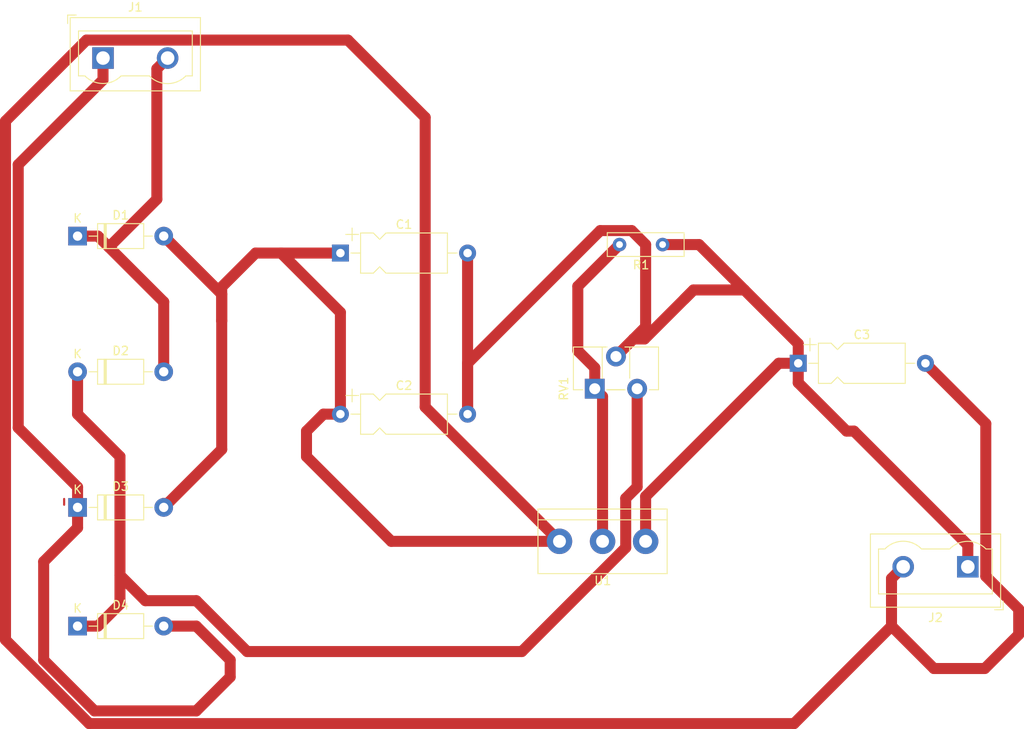
<source format=kicad_pcb>
(kicad_pcb (version 20171130) (host pcbnew "(5.1.4)-1")

  (general
    (thickness 1.6)
    (drawings 0)
    (tracks 101)
    (zones 0)
    (modules 12)
    (nets 6)
  )

  (page A4)
  (layers
    (0 F.Cu signal)
    (31 B.Cu signal)
    (32 B.Adhes user)
    (33 F.Adhes user)
    (34 B.Paste user)
    (35 F.Paste user)
    (36 B.SilkS user)
    (37 F.SilkS user)
    (38 B.Mask user)
    (39 F.Mask user)
    (40 Dwgs.User user)
    (41 Cmts.User user)
    (42 Eco1.User user)
    (43 Eco2.User user)
    (44 Edge.Cuts user)
    (45 Margin user)
    (46 B.CrtYd user)
    (47 F.CrtYd user)
    (48 B.Fab user)
    (49 F.Fab user)
  )

  (setup
    (last_trace_width 0.25)
    (trace_clearance 0.2)
    (zone_clearance 0.508)
    (zone_45_only no)
    (trace_min 0.2)
    (via_size 0.8)
    (via_drill 0.4)
    (via_min_size 0.4)
    (via_min_drill 0.3)
    (uvia_size 0.3)
    (uvia_drill 0.1)
    (uvias_allowed no)
    (uvia_min_size 0.2)
    (uvia_min_drill 0.1)
    (edge_width 0.05)
    (segment_width 0.2)
    (pcb_text_width 0.3)
    (pcb_text_size 1.5 1.5)
    (mod_edge_width 0.12)
    (mod_text_size 1 1)
    (mod_text_width 0.15)
    (pad_size 2.54 2.54)
    (pad_drill 1.6)
    (pad_to_mask_clearance 0.051)
    (solder_mask_min_width 0.25)
    (aux_axis_origin 0 0)
    (visible_elements 7FFFFFFF)
    (pcbplotparams
      (layerselection 0x010fc_ffffffff)
      (usegerberextensions false)
      (usegerberattributes false)
      (usegerberadvancedattributes false)
      (creategerberjobfile false)
      (excludeedgelayer true)
      (linewidth 0.100000)
      (plotframeref false)
      (viasonmask false)
      (mode 1)
      (useauxorigin false)
      (hpglpennumber 1)
      (hpglpenspeed 20)
      (hpglpendiameter 15.000000)
      (psnegative false)
      (psa4output false)
      (plotreference true)
      (plotvalue true)
      (plotinvisibletext false)
      (padsonsilk false)
      (subtractmaskfromsilk false)
      (outputformat 1)
      (mirror false)
      (drillshape 1)
      (scaleselection 1)
      (outputdirectory ""))
  )

  (net 0 "")
  (net 1 "Net-(C1-Pad1)")
  (net 2 "Net-(C3-Pad1)")
  (net 3 "Net-(D1-Pad1)")
  (net 4 "Net-(D2-Pad1)")
  (net 5 "Net-(RV1-Pad3)")

  (net_class Default "Esta es la clase de red por defecto."
    (clearance 0.2)
    (trace_width 0.25)
    (via_dia 0.8)
    (via_drill 0.4)
    (uvia_dia 0.3)
    (uvia_drill 0.1)
    (add_net "Net-(C1-Pad1)")
    (add_net "Net-(C3-Pad1)")
    (add_net "Net-(D1-Pad1)")
    (add_net "Net-(D2-Pad1)")
    (add_net "Net-(RV1-Pad3)")
  )

  (module Diode_THT:D_DO-41_SOD81_P10.16mm_Horizontal (layer F.Cu) (tedit 5DC20B5E) (tstamp 5DC1F27D)
    (at 73 105)
    (descr "Diode, DO-41_SOD81 series, Axial, Horizontal, pin pitch=10.16mm, , length*diameter=5.2*2.7mm^2, , http://www.diodes.com/_files/packages/DO-41%20(Plastic).pdf")
    (tags "Diode DO-41_SOD81 series Axial Horizontal pin pitch 10.16mm  length 5.2mm diameter 2.7mm")
    (path /5DC19DFE)
    (fp_text reference D1 (at 5.08 -2.47) (layer F.SilkS)
      (effects (font (size 1 1) (thickness 0.15)))
    )
    (fp_text value 1N4007 (at 5.08 2.47) (layer F.Fab)
      (effects (font (size 1 1) (thickness 0.15)))
    )
    (fp_text user K (at 0 -2.1) (layer F.SilkS)
      (effects (font (size 1 1) (thickness 0.15)))
    )
    (fp_text user K (at 0 -2.1) (layer F.Fab)
      (effects (font (size 1 1) (thickness 0.15)))
    )
    (fp_text user %R (at 5.47 0) (layer F.Fab)
      (effects (font (size 1 1) (thickness 0.15)))
    )
    (fp_line (start 11.51 -1.6) (end -1.35 -1.6) (layer F.CrtYd) (width 0.05))
    (fp_line (start 11.51 1.6) (end 11.51 -1.6) (layer F.CrtYd) (width 0.05))
    (fp_line (start -1.35 1.6) (end 11.51 1.6) (layer F.CrtYd) (width 0.05))
    (fp_line (start -1.35 -1.6) (end -1.35 1.6) (layer F.CrtYd) (width 0.05))
    (fp_line (start 3.14 -1.47) (end 3.14 1.47) (layer F.SilkS) (width 0.12))
    (fp_line (start 3.38 -1.47) (end 3.38 1.47) (layer F.SilkS) (width 0.12))
    (fp_line (start 3.26 -1.47) (end 3.26 1.47) (layer F.SilkS) (width 0.12))
    (fp_line (start 8.82 0) (end 7.8 0) (layer F.SilkS) (width 0.12))
    (fp_line (start 1.34 0) (end 2.36 0) (layer F.SilkS) (width 0.12))
    (fp_line (start 7.8 -1.47) (end 2.36 -1.47) (layer F.SilkS) (width 0.12))
    (fp_line (start 7.8 1.47) (end 7.8 -1.47) (layer F.SilkS) (width 0.12))
    (fp_line (start 2.36 1.47) (end 7.8 1.47) (layer F.SilkS) (width 0.12))
    (fp_line (start 2.36 -1.47) (end 2.36 1.47) (layer F.SilkS) (width 0.12))
    (fp_line (start 3.16 -1.35) (end 3.16 1.35) (layer F.Fab) (width 0.1))
    (fp_line (start 3.36 -1.35) (end 3.36 1.35) (layer F.Fab) (width 0.1))
    (fp_line (start 3.26 -1.35) (end 3.26 1.35) (layer F.Fab) (width 0.1))
    (fp_line (start 10.16 0) (end 7.68 0) (layer F.Fab) (width 0.1))
    (fp_line (start 0 0) (end 2.48 0) (layer F.Fab) (width 0.1))
    (fp_line (start 7.68 -1.35) (end 2.48 -1.35) (layer F.Fab) (width 0.1))
    (fp_line (start 7.68 1.35) (end 7.68 -1.35) (layer F.Fab) (width 0.1))
    (fp_line (start 2.48 1.35) (end 7.68 1.35) (layer F.Fab) (width 0.1))
    (fp_line (start 2.48 -1.35) (end 2.48 1.35) (layer F.Fab) (width 0.1))
    (pad 2 thru_hole oval (at 10.16 0) (size 2.2 2.2) (drill 1.1) (layers *.Cu *.Mask)
      (net 4 "Net-(D2-Pad1)"))
    (pad 1 thru_hole rect (at 0 0) (size 2.2 2.2) (drill 1.1) (layers *.Cu *.Mask)
      (net 3 "Net-(D1-Pad1)"))
    (model ${KISYS3DMOD}/Diode_THT.3dshapes/D_DO-41_SOD81_P10.16mm_Horizontal.wrl
      (at (xyz 0 0 0))
      (scale (xyz 1 1 1))
      (rotate (xyz 0 0 0))
    )
  )

  (module Diode_THT:D_DO-41_SOD81_P10.16mm_Horizontal (layer F.Cu) (tedit 5DC2154F) (tstamp 5DC1F29C)
    (at 73 121)
    (descr "Diode, DO-41_SOD81 series, Axial, Horizontal, pin pitch=10.16mm, , length*diameter=5.2*2.7mm^2, , http://www.diodes.com/_files/packages/DO-41%20(Plastic).pdf")
    (tags "Diode DO-41_SOD81 series Axial Horizontal pin pitch 10.16mm  length 5.2mm diameter 2.7mm")
    (path /5DC1BB5C)
    (fp_text reference D2 (at 5.08 -2.47) (layer F.SilkS)
      (effects (font (size 1 1) (thickness 0.15)))
    )
    (fp_text value 1N4007 (at 5.08 2.47) (layer F.Fab)
      (effects (font (size 1 1) (thickness 0.15)))
    )
    (fp_text user K (at 0 -2.1) (layer F.SilkS)
      (effects (font (size 1 1) (thickness 0.15)))
    )
    (fp_text user K (at 0 -2.1) (layer F.Fab)
      (effects (font (size 1 1) (thickness 0.15)))
    )
    (fp_text user %R (at 5.47 0) (layer F.Fab)
      (effects (font (size 1 1) (thickness 0.15)))
    )
    (fp_line (start 11.51 -1.6) (end -1.35 -1.6) (layer F.CrtYd) (width 0.05))
    (fp_line (start 11.51 1.6) (end 11.51 -1.6) (layer F.CrtYd) (width 0.05))
    (fp_line (start -1.35 1.6) (end 11.51 1.6) (layer F.CrtYd) (width 0.05))
    (fp_line (start -1.35 -1.6) (end -1.35 1.6) (layer F.CrtYd) (width 0.05))
    (fp_line (start 3.14 -1.47) (end 3.14 1.47) (layer F.SilkS) (width 0.12))
    (fp_line (start 3.38 -1.47) (end 3.38 1.47) (layer F.SilkS) (width 0.12))
    (fp_line (start 3.26 -1.47) (end 3.26 1.47) (layer F.SilkS) (width 0.12))
    (fp_line (start 8.82 0) (end 7.8 0) (layer F.SilkS) (width 0.12))
    (fp_line (start 1.34 0) (end 2.36 0) (layer F.SilkS) (width 0.12))
    (fp_line (start 7.8 -1.47) (end 2.36 -1.47) (layer F.SilkS) (width 0.12))
    (fp_line (start 7.8 1.47) (end 7.8 -1.47) (layer F.SilkS) (width 0.12))
    (fp_line (start 2.36 1.47) (end 7.8 1.47) (layer F.SilkS) (width 0.12))
    (fp_line (start 2.36 -1.47) (end 2.36 1.47) (layer F.SilkS) (width 0.12))
    (fp_line (start 3.16 -1.35) (end 3.16 1.35) (layer F.Fab) (width 0.1))
    (fp_line (start 3.36 -1.35) (end 3.36 1.35) (layer F.Fab) (width 0.1))
    (fp_line (start 3.26 -1.35) (end 3.26 1.35) (layer F.Fab) (width 0.1))
    (fp_line (start 10.16 0) (end 7.68 0) (layer F.Fab) (width 0.1))
    (fp_line (start 0 0) (end 2.48 0) (layer F.Fab) (width 0.1))
    (fp_line (start 7.68 -1.35) (end 2.48 -1.35) (layer F.Fab) (width 0.1))
    (fp_line (start 7.68 1.35) (end 7.68 -1.35) (layer F.Fab) (width 0.1))
    (fp_line (start 2.48 1.35) (end 7.68 1.35) (layer F.Fab) (width 0.1))
    (fp_line (start 2.48 -1.35) (end 2.48 1.35) (layer F.Fab) (width 0.1))
    (pad 2 thru_hole oval (at 10.16 0) (size 2.2 2.2) (drill 1.1) (layers *.Cu *.Mask)
      (net 3 "Net-(D1-Pad1)"))
    (pad 1 thru_hole circle (at 0 0) (size 2.2 2.2) (drill 1.1) (layers *.Cu *.Mask)
      (net 5 "Net-(RV1-Pad3)"))
    (model ${KISYS3DMOD}/Diode_THT.3dshapes/D_DO-41_SOD81_P10.16mm_Horizontal.wrl
      (at (xyz 0 0 0))
      (scale (xyz 1 1 1))
      (rotate (xyz 0 0 0))
    )
  )

  (module Resistor_THT:R_Array_SIP4 (layer F.Cu) (tedit 5DC202AF) (tstamp 5DC1F32D)
    (at 144.54 106 180)
    (descr "4-pin Resistor SIP pack")
    (tags R)
    (path /5DC1F13D)
    (fp_text reference R1 (at 5.08 -2.4) (layer F.SilkS)
      (effects (font (size 1 1) (thickness 0.15)))
    )
    (fp_text value 10K (at 5.08 2.4) (layer F.Fab)
      (effects (font (size 1 1) (thickness 0.15)))
    )
    (fp_line (start 9.35 -1.65) (end -1.7 -1.65) (layer F.CrtYd) (width 0.05))
    (fp_line (start 9.35 1.65) (end 9.35 -1.65) (layer F.CrtYd) (width 0.05))
    (fp_line (start -1.7 1.65) (end 9.35 1.65) (layer F.CrtYd) (width 0.05))
    (fp_line (start -1.7 -1.65) (end -1.7 1.65) (layer F.CrtYd) (width 0.05))
    (fp_line (start 9.06 -1.4) (end 0 -1.4) (layer F.SilkS) (width 0.12))
    (fp_line (start 9.06 1.4) (end 9.06 -1.4) (layer F.SilkS) (width 0.12))
    (fp_line (start 0 1.4) (end 9.06 1.4) (layer F.SilkS) (width 0.12))
    (fp_line (start 0 -1.4) (end 0 1.27) (layer F.SilkS) (width 0.12))
    (fp_line (start 1.27 -1.25) (end 1.27 1.25) (layer F.Fab) (width 0.1))
    (fp_line (start 8.91 -1.25) (end 1.27 -1.25) (layer F.Fab) (width 0.1))
    (fp_line (start 8.91 1.25) (end 8.91 -1.25) (layer F.Fab) (width 0.1))
    (fp_line (start 1.27 1.25) (end 8.91 1.25) (layer F.Fab) (width 0.1))
    (fp_text user %R (at 5 0) (layer F.Fab)
      (effects (font (size 1 1) (thickness 0.15)))
    )
    (pad 4 thru_hole oval (at 7.62 0 180) (size 1.6 1.6) (drill 0.8) (layers *.Cu *.Mask)
      (net 1 "Net-(C1-Pad1)"))
    (pad 2 thru_hole oval (at 2.54 0 180) (size 1.6 1.6) (drill 0.8) (layers *.Cu *.Mask)
      (net 2 "Net-(C3-Pad1)"))
    (model ${KISYS3DMOD}/Resistor_THT.3dshapes/R_Array_SIP4.wrl
      (at (xyz 0 0 0))
      (scale (xyz 1 1 1))
      (rotate (xyz 0 0 0))
    )
  )

  (module Potentiometer_THT:Potentiometer_ACP_CA9-H3,8_Horizontal (layer F.Cu) (tedit 5DC2192B) (tstamp 5DC1F34D)
    (at 134 123 90)
    (descr "Potentiometer, horizontal, ACP CA9-H3,8, http://www.acptechnologies.com/wp-content/uploads/2017/05/02-ACP-CA9-CE9.pdf")
    (tags "Potentiometer horizontal ACP CA9-H3,8")
    (path /5DC1EB6E)
    (fp_text reference RV1 (at 0 -3.65 90) (layer F.SilkS)
      (effects (font (size 1 1) (thickness 0.15)))
    )
    (fp_text value 5K (at 0 8.65 90) (layer F.Fab)
      (effects (font (size 1 1) (thickness 0.15)))
    )
    (fp_text user %R (at 2.4 2.5 90) (layer F.Fab)
      (effects (font (size 1 1) (thickness 0.15)))
    )
    (fp_line (start 5.25 -2.7) (end -1.45 -2.7) (layer F.CrtYd) (width 0.05))
    (fp_line (start 5.25 7.65) (end 5.25 -2.7) (layer F.CrtYd) (width 0.05))
    (fp_line (start -1.45 7.65) (end 5.25 7.65) (layer F.CrtYd) (width 0.05))
    (fp_line (start -1.45 -2.7) (end -1.45 7.65) (layer F.CrtYd) (width 0.05))
    (fp_line (start 4.92 3.573) (end 4.92 4.12) (layer F.SilkS) (width 0.12))
    (fp_line (start 4.92 0.88) (end 4.92 1.428) (layer F.SilkS) (width 0.12))
    (fp_line (start -0.121 1.426) (end -0.121 3.575) (layer F.SilkS) (width 0.12))
    (fp_line (start 1.237 4.12) (end 4.92 4.12) (layer F.SilkS) (width 0.12))
    (fp_line (start 1.237 0.88) (end 4.92 0.88) (layer F.SilkS) (width 0.12))
    (fp_line (start -0.121 1.426) (end -0.121 3.575) (layer F.SilkS) (width 0.12))
    (fp_line (start -0.121 -2.521) (end -0.121 -1.426) (layer F.SilkS) (width 0.12))
    (fp_line (start -0.121 6.425) (end -0.121 7.52) (layer F.SilkS) (width 0.12))
    (fp_line (start 4.92 3.573) (end 4.92 7.52) (layer F.SilkS) (width 0.12))
    (fp_line (start 4.92 -2.521) (end 4.92 1.428) (layer F.SilkS) (width 0.12))
    (fp_line (start -0.121 7.52) (end 4.92 7.52) (layer F.SilkS) (width 0.12))
    (fp_line (start -0.121 -2.521) (end 4.92 -2.521) (layer F.SilkS) (width 0.12))
    (fp_line (start 4.8 1) (end 0 1) (layer F.Fab) (width 0.1))
    (fp_line (start 4.8 4) (end 4.8 1) (layer F.Fab) (width 0.1))
    (fp_line (start 0 4) (end 4.8 4) (layer F.Fab) (width 0.1))
    (fp_line (start 0 1) (end 0 4) (layer F.Fab) (width 0.1))
    (fp_line (start 0 -2.4) (end 4.8 -2.4) (layer F.Fab) (width 0.1))
    (fp_line (start 0 7.4) (end 0 -2.4) (layer F.Fab) (width 0.1))
    (fp_line (start 4.8 7.4) (end 0 7.4) (layer F.Fab) (width 0.1))
    (fp_line (start 4.8 -2.4) (end 4.8 7.4) (layer F.Fab) (width 0.1))
    (pad 1 thru_hole rect (at 0 0 90) (size 2.34 2.34) (drill 1.3) (layers *.Cu *.Mask)
      (net 1 "Net-(C1-Pad1)"))
    (pad 2 thru_hole circle (at 3.8 2.5 90) (size 2.34 2.34) (drill 1.3) (layers *.Cu *.Mask)
      (net 2 "Net-(C3-Pad1)"))
    (pad 3 thru_hole circle (at 0 5 90) (size 2.34 2.34) (drill 1.3) (layers *.Cu *.Mask)
      (net 5 "Net-(RV1-Pad3)"))
    (model ${KISYS3DMOD}/Potentiometer_THT.3dshapes/Potentiometer_ACP_CA9-H3,8_Horizontal.wrl
      (at (xyz 0 0 0))
      (scale (xyz 1 1 1))
      (rotate (xyz 0 0 0))
    )
  )

  (module TerminalBlock:TerminalBlock_Wuerth_691311400102_P7.62mm (layer F.Cu) (tedit 5DC21AF5) (tstamp 5DC1F316)
    (at 178 144 180)
    (descr https://katalog.we-online.de/em/datasheet/6913114001xx.pdf)
    (tags "Wuerth WR-TBL Series 3114 terminal block pitch 7.62mm")
    (path /5DC1FE33)
    (fp_text reference J2 (at 3.81 -6) (layer F.SilkS)
      (effects (font (size 1 1) (thickness 0.15)))
    )
    (fp_text value Screw_Terminal_01x02 (at 3.81 5) (layer F.Fab)
      (effects (font (size 1 1) (thickness 0.15)))
    )
    (fp_line (start -3.8 -3.7) (end -2.8 -4.7) (layer F.Fab) (width 0.1))
    (fp_line (start 10.53 2.1) (end 10.53 -3.2) (layer F.SilkS) (width 0.12))
    (fp_line (start 9.78 2.1) (end 10.53 2.1) (layer F.SilkS) (width 0.12))
    (fp_arc (start 7.62 0) (end 5.46 2.1) (angle -91.6) (layer F.SilkS) (width 0.12))
    (fp_line (start 2.14 2.1) (end 5.46 2.1) (layer F.SilkS) (width 0.12))
    (fp_arc (start 0 0) (end -2.14 2.1) (angle -91.1) (layer F.SilkS) (width 0.12))
    (fp_line (start -2.89 2.1) (end -2.14 2.1) (layer F.SilkS) (width 0.12))
    (fp_line (start -2.89 -3.2) (end -2.89 2.1) (layer F.SilkS) (width 0.12))
    (fp_line (start 10.53 -3.2) (end -2.89 -3.2) (layer F.SilkS) (width 0.12))
    (fp_line (start -4.3 4.3) (end -4.3 -5.2) (layer F.CrtYd) (width 0.05))
    (fp_line (start 11.92 4.3) (end -4.3 4.3) (layer F.CrtYd) (width 0.05))
    (fp_line (start 11.92 -5.2) (end 11.92 4.3) (layer F.CrtYd) (width 0.05))
    (fp_line (start -4.3 -5.2) (end 11.92 -5.2) (layer F.CrtYd) (width 0.05))
    (fp_text user %R (at 3.81 0) (layer F.Fab)
      (effects (font (size 1 1) (thickness 0.15)))
    )
    (fp_line (start -4.17 -5.07) (end -3.17 -5.07) (layer F.SilkS) (width 0.12))
    (fp_line (start -4.17 -5.07) (end -4.17 -4.07) (layer F.SilkS) (width 0.12))
    (fp_line (start -3.87 3.87) (end -3.87 -4.77) (layer F.SilkS) (width 0.12))
    (fp_line (start 11.49 3.87) (end -3.87 3.87) (layer F.SilkS) (width 0.12))
    (fp_line (start 11.49 -4.77) (end 11.49 3.87) (layer F.SilkS) (width 0.12))
    (fp_line (start -3.86 -4.77) (end 11.49 -4.77) (layer F.SilkS) (width 0.12))
    (fp_line (start -3.8 3.8) (end -3.8 -3.7) (layer F.Fab) (width 0.1))
    (fp_line (start 11.42 3.8) (end -3.8 3.8) (layer F.Fab) (width 0.1))
    (fp_line (start 11.42 -4.7) (end 11.42 3.8) (layer F.Fab) (width 0.1))
    (fp_line (start -2.8 -4.7) (end 11.42 -4.7) (layer F.Fab) (width 0.1))
    (pad 2 thru_hole circle (at 7.62 0 180) (size 2.54 2.54) (drill 1.6) (layers *.Cu *.Mask)
      (net 4 "Net-(D2-Pad1)"))
    (pad 1 thru_hole rect (at 0 0 180) (size 2.54 2.54) (drill 1.6) (layers *.Cu *.Mask)
      (net 2 "Net-(C3-Pad1)"))
    (model ${KISYS3DMOD}/TerminalBlock.3dshapes/TerminalBlock_Wuerth_691311400102_P7.62mm.wrl
      (at (xyz 0 0 0))
      (scale (xyz 1 1 1))
      (rotate (xyz 0 0 0))
    )
  )

  (module TerminalBlock:TerminalBlock_Wuerth_691311400102_P7.62mm (layer F.Cu) (tedit 5DC20BBE) (tstamp 5DC1F2F8)
    (at 76 84)
    (descr https://katalog.we-online.de/em/datasheet/6913114001xx.pdf)
    (tags "Wuerth WR-TBL Series 3114 terminal block pitch 7.62mm")
    (path /5DC1987E)
    (fp_text reference J1 (at 3.81 -6) (layer F.SilkS)
      (effects (font (size 1 1) (thickness 0.15)))
    )
    (fp_text value Screw_Terminal_01x02 (at 3.81 5) (layer F.Fab)
      (effects (font (size 1 1) (thickness 0.15)))
    )
    (fp_line (start -3.8 -3.7) (end -2.8 -4.7) (layer F.Fab) (width 0.1))
    (fp_line (start 10.53 2.1) (end 10.53 -3.2) (layer F.SilkS) (width 0.12))
    (fp_line (start 9.78 2.1) (end 10.53 2.1) (layer F.SilkS) (width 0.12))
    (fp_arc (start 7.62 0) (end 5.46 2.1) (angle -91.6) (layer F.SilkS) (width 0.12))
    (fp_line (start 2.14 2.1) (end 5.46 2.1) (layer F.SilkS) (width 0.12))
    (fp_arc (start 0 0) (end -2.14 2.1) (angle -91.1) (layer F.SilkS) (width 0.12))
    (fp_line (start -2.89 2.1) (end -2.14 2.1) (layer F.SilkS) (width 0.12))
    (fp_line (start -2.89 -3.2) (end -2.89 2.1) (layer F.SilkS) (width 0.12))
    (fp_line (start 10.53 -3.2) (end -2.89 -3.2) (layer F.SilkS) (width 0.12))
    (fp_line (start -4.3 4.3) (end -4.3 -5.2) (layer F.CrtYd) (width 0.05))
    (fp_line (start 11.92 4.3) (end -4.3 4.3) (layer F.CrtYd) (width 0.05))
    (fp_line (start 11.92 -5.2) (end 11.92 4.3) (layer F.CrtYd) (width 0.05))
    (fp_line (start -4.3 -5.2) (end 11.92 -5.2) (layer F.CrtYd) (width 0.05))
    (fp_text user %R (at 3.81 0) (layer F.Fab)
      (effects (font (size 1 1) (thickness 0.15)))
    )
    (fp_line (start -4.17 -5.07) (end -3.17 -5.07) (layer F.SilkS) (width 0.12))
    (fp_line (start -4.17 -5.07) (end -4.17 -4.07) (layer F.SilkS) (width 0.12))
    (fp_line (start -3.87 3.87) (end -3.87 -4.77) (layer F.SilkS) (width 0.12))
    (fp_line (start 11.49 3.87) (end -3.87 3.87) (layer F.SilkS) (width 0.12))
    (fp_line (start 11.49 -4.77) (end 11.49 3.87) (layer F.SilkS) (width 0.12))
    (fp_line (start -3.86 -4.77) (end 11.49 -4.77) (layer F.SilkS) (width 0.12))
    (fp_line (start -3.8 3.8) (end -3.8 -3.7) (layer F.Fab) (width 0.1))
    (fp_line (start 11.42 3.8) (end -3.8 3.8) (layer F.Fab) (width 0.1))
    (fp_line (start 11.42 -4.7) (end 11.42 3.8) (layer F.Fab) (width 0.1))
    (fp_line (start -2.8 -4.7) (end 11.42 -4.7) (layer F.Fab) (width 0.1))
    (pad 2 thru_hole circle (at 7.62 0) (size 2.54 2.54) (drill 1.6) (layers *.Cu *.Mask)
      (net 3 "Net-(D1-Pad1)"))
    (pad 1 thru_hole rect (at 0 0) (size 2.54 2.54) (drill 1.6) (layers *.Cu *.Mask)
      (net 3 "Net-(D1-Pad1)"))
    (model ${KISYS3DMOD}/TerminalBlock.3dshapes/TerminalBlock_Wuerth_691311400102_P7.62mm.wrl
      (at (xyz 0 0 0))
      (scale (xyz 1 1 1))
      (rotate (xyz 0 0 0))
    )
  )

  (module Diode_THT:D_DO-41_SOD81_P10.16mm_Horizontal (layer F.Cu) (tedit 5DC215E2) (tstamp 5DC1F2DA)
    (at 73 151)
    (descr "Diode, DO-41_SOD81 series, Axial, Horizontal, pin pitch=10.16mm, , length*diameter=5.2*2.7mm^2, , http://www.diodes.com/_files/packages/DO-41%20(Plastic).pdf")
    (tags "Diode DO-41_SOD81 series Axial Horizontal pin pitch 10.16mm  length 5.2mm diameter 2.7mm")
    (path /5DC1AF16)
    (fp_text reference D4 (at 5.08 -2.47) (layer F.SilkS)
      (effects (font (size 1 1) (thickness 0.15)))
    )
    (fp_text value 1N4007 (at 5.08 2.47) (layer F.Fab)
      (effects (font (size 1 1) (thickness 0.15)))
    )
    (fp_text user K (at 0 -2.1) (layer F.SilkS)
      (effects (font (size 1 1) (thickness 0.15)))
    )
    (fp_text user K (at 0 -2.1) (layer F.Fab)
      (effects (font (size 1 1) (thickness 0.15)))
    )
    (fp_text user %R (at 5.47 0) (layer F.Fab)
      (effects (font (size 1 1) (thickness 0.15)))
    )
    (fp_line (start 11.51 -1.6) (end -1.35 -1.6) (layer F.CrtYd) (width 0.05))
    (fp_line (start 11.51 1.6) (end 11.51 -1.6) (layer F.CrtYd) (width 0.05))
    (fp_line (start -1.35 1.6) (end 11.51 1.6) (layer F.CrtYd) (width 0.05))
    (fp_line (start -1.35 -1.6) (end -1.35 1.6) (layer F.CrtYd) (width 0.05))
    (fp_line (start 3.14 -1.47) (end 3.14 1.47) (layer F.SilkS) (width 0.12))
    (fp_line (start 3.38 -1.47) (end 3.38 1.47) (layer F.SilkS) (width 0.12))
    (fp_line (start 3.26 -1.47) (end 3.26 1.47) (layer F.SilkS) (width 0.12))
    (fp_line (start 8.82 0) (end 7.8 0) (layer F.SilkS) (width 0.12))
    (fp_line (start 1.34 0) (end 2.36 0) (layer F.SilkS) (width 0.12))
    (fp_line (start 7.8 -1.47) (end 2.36 -1.47) (layer F.SilkS) (width 0.12))
    (fp_line (start 7.8 1.47) (end 7.8 -1.47) (layer F.SilkS) (width 0.12))
    (fp_line (start 2.36 1.47) (end 7.8 1.47) (layer F.SilkS) (width 0.12))
    (fp_line (start 2.36 -1.47) (end 2.36 1.47) (layer F.SilkS) (width 0.12))
    (fp_line (start 3.16 -1.35) (end 3.16 1.35) (layer F.Fab) (width 0.1))
    (fp_line (start 3.36 -1.35) (end 3.36 1.35) (layer F.Fab) (width 0.1))
    (fp_line (start 3.26 -1.35) (end 3.26 1.35) (layer F.Fab) (width 0.1))
    (fp_line (start 10.16 0) (end 7.68 0) (layer F.Fab) (width 0.1))
    (fp_line (start 0 0) (end 2.48 0) (layer F.Fab) (width 0.1))
    (fp_line (start 7.68 -1.35) (end 2.48 -1.35) (layer F.Fab) (width 0.1))
    (fp_line (start 7.68 1.35) (end 7.68 -1.35) (layer F.Fab) (width 0.1))
    (fp_line (start 2.48 1.35) (end 7.68 1.35) (layer F.Fab) (width 0.1))
    (fp_line (start 2.48 -1.35) (end 2.48 1.35) (layer F.Fab) (width 0.1))
    (pad 2 thru_hole oval (at 10.16 0) (size 2.2 2.2) (drill 1.1) (layers *.Cu *.Mask)
      (net 3 "Net-(D1-Pad1)"))
    (pad 1 thru_hole rect (at 0 0) (size 2.2 2.2) (drill 1.1) (layers *.Cu *.Mask)
      (net 5 "Net-(RV1-Pad3)"))
    (model ${KISYS3DMOD}/Diode_THT.3dshapes/D_DO-41_SOD81_P10.16mm_Horizontal.wrl
      (at (xyz 0 0 0))
      (scale (xyz 1 1 1))
      (rotate (xyz 0 0 0))
    )
  )

  (module Diode_THT:D_DO-41_SOD81_P10.16mm_Horizontal (layer F.Cu) (tedit 5DC2093B) (tstamp 5DC1F2BB)
    (at 73 137)
    (descr "Diode, DO-41_SOD81 series, Axial, Horizontal, pin pitch=10.16mm, , length*diameter=5.2*2.7mm^2, , http://www.diodes.com/_files/packages/DO-41%20(Plastic).pdf")
    (tags "Diode DO-41_SOD81 series Axial Horizontal pin pitch 10.16mm  length 5.2mm diameter 2.7mm")
    (path /5DC1B526)
    (fp_text reference D3 (at 5.08 -2.47) (layer F.SilkS)
      (effects (font (size 1 1) (thickness 0.15)))
    )
    (fp_text value 1N4007 (at 5.08 2.47) (layer F.Fab)
      (effects (font (size 1 1) (thickness 0.15)))
    )
    (fp_text user K (at 0 -2.1) (layer F.SilkS)
      (effects (font (size 1 1) (thickness 0.15)))
    )
    (fp_text user K (at 0 -2.1) (layer F.Fab)
      (effects (font (size 1 1) (thickness 0.15)))
    )
    (fp_text user %R (at 5.47 0) (layer F.Fab)
      (effects (font (size 1 1) (thickness 0.15)))
    )
    (fp_line (start 11.51 -1.6) (end -1.35 -1.6) (layer F.CrtYd) (width 0.05))
    (fp_line (start 11.51 1.6) (end 11.51 -1.6) (layer F.CrtYd) (width 0.05))
    (fp_line (start -1.35 1.6) (end 11.51 1.6) (layer F.CrtYd) (width 0.05))
    (fp_line (start -1.35 -1.6) (end -1.35 1.6) (layer F.CrtYd) (width 0.05))
    (fp_line (start 3.14 -1.47) (end 3.14 1.47) (layer F.SilkS) (width 0.12))
    (fp_line (start 3.38 -1.47) (end 3.38 1.47) (layer F.SilkS) (width 0.12))
    (fp_line (start 3.26 -1.47) (end 3.26 1.47) (layer F.SilkS) (width 0.12))
    (fp_line (start 8.82 0) (end 7.8 0) (layer F.SilkS) (width 0.12))
    (fp_line (start 1.34 0) (end 2.36 0) (layer F.SilkS) (width 0.12))
    (fp_line (start 7.8 -1.47) (end 2.36 -1.47) (layer F.SilkS) (width 0.12))
    (fp_line (start 7.8 1.47) (end 7.8 -1.47) (layer F.SilkS) (width 0.12))
    (fp_line (start 2.36 1.47) (end 7.8 1.47) (layer F.SilkS) (width 0.12))
    (fp_line (start 2.36 -1.47) (end 2.36 1.47) (layer F.SilkS) (width 0.12))
    (fp_line (start 3.16 -1.35) (end 3.16 1.35) (layer F.Fab) (width 0.1))
    (fp_line (start 3.36 -1.35) (end 3.36 1.35) (layer F.Fab) (width 0.1))
    (fp_line (start 3.26 -1.35) (end 3.26 1.35) (layer F.Fab) (width 0.1))
    (fp_line (start 10.16 0) (end 7.68 0) (layer F.Fab) (width 0.1))
    (fp_line (start 0 0) (end 2.48 0) (layer F.Fab) (width 0.1))
    (fp_line (start 7.68 -1.35) (end 2.48 -1.35) (layer F.Fab) (width 0.1))
    (fp_line (start 7.68 1.35) (end 7.68 -1.35) (layer F.Fab) (width 0.1))
    (fp_line (start 2.48 1.35) (end 7.68 1.35) (layer F.Fab) (width 0.1))
    (fp_line (start 2.48 -1.35) (end 2.48 1.35) (layer F.Fab) (width 0.1))
    (pad 2 thru_hole oval (at 10.16 0) (size 2.2 2.2) (drill 1.1) (layers *.Cu *.Mask)
      (net 4 "Net-(D2-Pad1)"))
    (pad 1 thru_hole rect (at 0 0) (size 2.2 2.2) (drill 1.1) (layers *.Cu *.Mask)
      (net 3 "Net-(D1-Pad1)"))
    (model ${KISYS3DMOD}/Diode_THT.3dshapes/D_DO-41_SOD81_P10.16mm_Horizontal.wrl
      (at (xyz 0 0 0))
      (scale (xyz 1 1 1))
      (rotate (xyz 0 0 0))
    )
  )

  (module Capacitor_THT:CP_Axial_L10.0mm_D4.5mm_P15.00mm_Horizontal (layer F.Cu) (tedit 5AE50EF2) (tstamp 5DC1F25E)
    (at 158 120)
    (descr "CP, Axial series, Axial, Horizontal, pin pitch=15mm, , length*diameter=10*4.5mm^2, Electrolytic Capacitor, , http://www.vishay.com/docs/28325/021asm.pdf")
    (tags "CP Axial series Axial Horizontal pin pitch 15mm  length 10mm diameter 4.5mm Electrolytic Capacitor")
    (path /5DC1D269)
    (fp_text reference C3 (at 7.5 -3.37) (layer F.SilkS)
      (effects (font (size 1 1) (thickness 0.15)))
    )
    (fp_text value 270uF (at 7.5 3.37) (layer F.Fab)
      (effects (font (size 1 1) (thickness 0.15)))
    )
    (fp_text user %R (at 7.5 0) (layer F.Fab)
      (effects (font (size 1 1) (thickness 0.15)))
    )
    (fp_line (start 16.25 -2.5) (end -1.25 -2.5) (layer F.CrtYd) (width 0.05))
    (fp_line (start 16.25 2.5) (end 16.25 -2.5) (layer F.CrtYd) (width 0.05))
    (fp_line (start -1.25 2.5) (end 16.25 2.5) (layer F.CrtYd) (width 0.05))
    (fp_line (start -1.25 -2.5) (end -1.25 2.5) (layer F.CrtYd) (width 0.05))
    (fp_line (start 13.76 0) (end 12.62 0) (layer F.SilkS) (width 0.12))
    (fp_line (start 1.24 0) (end 2.38 0) (layer F.SilkS) (width 0.12))
    (fp_line (start 5.38 2.37) (end 12.62 2.37) (layer F.SilkS) (width 0.12))
    (fp_line (start 4.63 1.62) (end 5.38 2.37) (layer F.SilkS) (width 0.12))
    (fp_line (start 3.88 2.37) (end 4.63 1.62) (layer F.SilkS) (width 0.12))
    (fp_line (start 2.38 2.37) (end 3.88 2.37) (layer F.SilkS) (width 0.12))
    (fp_line (start 5.38 -2.37) (end 12.62 -2.37) (layer F.SilkS) (width 0.12))
    (fp_line (start 4.63 -1.62) (end 5.38 -2.37) (layer F.SilkS) (width 0.12))
    (fp_line (start 3.88 -2.37) (end 4.63 -1.62) (layer F.SilkS) (width 0.12))
    (fp_line (start 2.38 -2.37) (end 3.88 -2.37) (layer F.SilkS) (width 0.12))
    (fp_line (start 12.62 -2.37) (end 12.62 2.37) (layer F.SilkS) (width 0.12))
    (fp_line (start 2.38 -2.37) (end 2.38 2.37) (layer F.SilkS) (width 0.12))
    (fp_line (start 1.38 -2.95) (end 1.38 -1.45) (layer F.SilkS) (width 0.12))
    (fp_line (start 0.63 -2.2) (end 2.13 -2.2) (layer F.SilkS) (width 0.12))
    (fp_line (start 4.65 -0.75) (end 4.65 0.75) (layer F.Fab) (width 0.1))
    (fp_line (start 3.9 0) (end 5.4 0) (layer F.Fab) (width 0.1))
    (fp_line (start 15 0) (end 12.5 0) (layer F.Fab) (width 0.1))
    (fp_line (start 0 0) (end 2.5 0) (layer F.Fab) (width 0.1))
    (fp_line (start 5.38 2.25) (end 12.5 2.25) (layer F.Fab) (width 0.1))
    (fp_line (start 4.63 1.5) (end 5.38 2.25) (layer F.Fab) (width 0.1))
    (fp_line (start 3.88 2.25) (end 4.63 1.5) (layer F.Fab) (width 0.1))
    (fp_line (start 2.5 2.25) (end 3.88 2.25) (layer F.Fab) (width 0.1))
    (fp_line (start 5.38 -2.25) (end 12.5 -2.25) (layer F.Fab) (width 0.1))
    (fp_line (start 4.63 -1.5) (end 5.38 -2.25) (layer F.Fab) (width 0.1))
    (fp_line (start 3.88 -2.25) (end 4.63 -1.5) (layer F.Fab) (width 0.1))
    (fp_line (start 2.5 -2.25) (end 3.88 -2.25) (layer F.Fab) (width 0.1))
    (fp_line (start 12.5 -2.25) (end 12.5 2.25) (layer F.Fab) (width 0.1))
    (fp_line (start 2.5 -2.25) (end 2.5 2.25) (layer F.Fab) (width 0.1))
    (pad 2 thru_hole oval (at 15 0) (size 2 2) (drill 1) (layers *.Cu *.Mask)
      (net 4 "Net-(D2-Pad1)"))
    (pad 1 thru_hole rect (at 0 0) (size 2 2) (drill 1) (layers *.Cu *.Mask)
      (net 2 "Net-(C3-Pad1)"))
    (model ${KISYS3DMOD}/Capacitor_THT.3dshapes/CP_Axial_L10.0mm_D4.5mm_P15.00mm_Horizontal.wrl
      (at (xyz 0 0 0))
      (scale (xyz 1 1 1))
      (rotate (xyz 0 0 0))
    )
  )

  (module Capacitor_THT:CP_Axial_L10.0mm_D4.5mm_P15.00mm_Horizontal (layer F.Cu) (tedit 5DC2108D) (tstamp 5DC1F237)
    (at 104 126)
    (descr "CP, Axial series, Axial, Horizontal, pin pitch=15mm, , length*diameter=10*4.5mm^2, Electrolytic Capacitor, , http://www.vishay.com/docs/28325/021asm.pdf")
    (tags "CP Axial series Axial Horizontal pin pitch 15mm  length 10mm diameter 4.5mm Electrolytic Capacitor")
    (path /5DC1DCDF)
    (fp_text reference C2 (at 7.5 -3.37) (layer F.SilkS)
      (effects (font (size 1 1) (thickness 0.15)))
    )
    (fp_text value 0.1uF (at 7.5 3.37) (layer F.Fab)
      (effects (font (size 1 1) (thickness 0.15)))
    )
    (fp_text user %R (at 7.5 0) (layer F.Fab)
      (effects (font (size 1 1) (thickness 0.15)))
    )
    (fp_line (start 16.25 -2.5) (end -1.25 -2.5) (layer F.CrtYd) (width 0.05))
    (fp_line (start 16.25 2.5) (end 16.25 -2.5) (layer F.CrtYd) (width 0.05))
    (fp_line (start -1.25 2.5) (end 16.25 2.5) (layer F.CrtYd) (width 0.05))
    (fp_line (start -1.25 -2.5) (end -1.25 2.5) (layer F.CrtYd) (width 0.05))
    (fp_line (start 13.76 0) (end 12.62 0) (layer F.SilkS) (width 0.12))
    (fp_line (start 1.24 0) (end 2.38 0) (layer F.SilkS) (width 0.12))
    (fp_line (start 5.38 2.37) (end 12.62 2.37) (layer F.SilkS) (width 0.12))
    (fp_line (start 4.63 1.62) (end 5.38 2.37) (layer F.SilkS) (width 0.12))
    (fp_line (start 3.88 2.37) (end 4.63 1.62) (layer F.SilkS) (width 0.12))
    (fp_line (start 2.38 2.37) (end 3.88 2.37) (layer F.SilkS) (width 0.12))
    (fp_line (start 5.38 -2.37) (end 12.62 -2.37) (layer F.SilkS) (width 0.12))
    (fp_line (start 4.63 -1.62) (end 5.38 -2.37) (layer F.SilkS) (width 0.12))
    (fp_line (start 3.88 -2.37) (end 4.63 -1.62) (layer F.SilkS) (width 0.12))
    (fp_line (start 2.38 -2.37) (end 3.88 -2.37) (layer F.SilkS) (width 0.12))
    (fp_line (start 12.62 -2.37) (end 12.62 2.37) (layer F.SilkS) (width 0.12))
    (fp_line (start 2.38 -2.37) (end 2.38 2.37) (layer F.SilkS) (width 0.12))
    (fp_line (start 1.38 -2.95) (end 1.38 -1.45) (layer F.SilkS) (width 0.12))
    (fp_line (start 0.63 -2.2) (end 2.13 -2.2) (layer F.SilkS) (width 0.12))
    (fp_line (start 4.65 -0.75) (end 4.65 0.75) (layer F.Fab) (width 0.1))
    (fp_line (start 3.9 0) (end 5.4 0) (layer F.Fab) (width 0.1))
    (fp_line (start 15 0) (end 12.5 0) (layer F.Fab) (width 0.1))
    (fp_line (start 0 0) (end 2.5 0) (layer F.Fab) (width 0.1))
    (fp_line (start 5.38 2.25) (end 12.5 2.25) (layer F.Fab) (width 0.1))
    (fp_line (start 4.63 1.5) (end 5.38 2.25) (layer F.Fab) (width 0.1))
    (fp_line (start 3.88 2.25) (end 4.63 1.5) (layer F.Fab) (width 0.1))
    (fp_line (start 2.5 2.25) (end 3.88 2.25) (layer F.Fab) (width 0.1))
    (fp_line (start 5.38 -2.25) (end 12.5 -2.25) (layer F.Fab) (width 0.1))
    (fp_line (start 4.63 -1.5) (end 5.38 -2.25) (layer F.Fab) (width 0.1))
    (fp_line (start 3.88 -2.25) (end 4.63 -1.5) (layer F.Fab) (width 0.1))
    (fp_line (start 2.5 -2.25) (end 3.88 -2.25) (layer F.Fab) (width 0.1))
    (fp_line (start 12.5 -2.25) (end 12.5 2.25) (layer F.Fab) (width 0.1))
    (fp_line (start 2.5 -2.25) (end 2.5 2.25) (layer F.Fab) (width 0.1))
    (pad 2 thru_hole oval (at 15 0) (size 2 2) (drill 1) (layers *.Cu *.Mask)
      (net 2 "Net-(C3-Pad1)"))
    (pad 1 thru_hole circle (at 0 0) (size 2 2) (drill 1) (layers *.Cu *.Mask)
      (net 4 "Net-(D2-Pad1)"))
    (model ${KISYS3DMOD}/Capacitor_THT.3dshapes/CP_Axial_L10.0mm_D4.5mm_P15.00mm_Horizontal.wrl
      (at (xyz 0 0 0))
      (scale (xyz 1 1 1))
      (rotate (xyz 0 0 0))
    )
  )

  (module Capacitor_THT:CP_Axial_L10.0mm_D4.5mm_P15.00mm_Horizontal (layer F.Cu) (tedit 5DC21058) (tstamp 5DC1F210)
    (at 104 107)
    (descr "CP, Axial series, Axial, Horizontal, pin pitch=15mm, , length*diameter=10*4.5mm^2, Electrolytic Capacitor, , http://www.vishay.com/docs/28325/021asm.pdf")
    (tags "CP Axial series Axial Horizontal pin pitch 15mm  length 10mm diameter 4.5mm Electrolytic Capacitor")
    (path /5DC1CC41)
    (fp_text reference C1 (at 7.5 -3.37) (layer F.SilkS)
      (effects (font (size 1 1) (thickness 0.15)))
    )
    (fp_text value 2200uF (at 7.5 3.37) (layer F.Fab)
      (effects (font (size 1 1) (thickness 0.15)))
    )
    (fp_text user %R (at 7.5 0) (layer F.Fab)
      (effects (font (size 1 1) (thickness 0.15)))
    )
    (fp_line (start 16.25 -2.5) (end -1.25 -2.5) (layer F.CrtYd) (width 0.05))
    (fp_line (start 16.25 2.5) (end 16.25 -2.5) (layer F.CrtYd) (width 0.05))
    (fp_line (start -1.25 2.5) (end 16.25 2.5) (layer F.CrtYd) (width 0.05))
    (fp_line (start -1.25 -2.5) (end -1.25 2.5) (layer F.CrtYd) (width 0.05))
    (fp_line (start 13.76 0) (end 12.62 0) (layer F.SilkS) (width 0.12))
    (fp_line (start 1.24 0) (end 2.38 0) (layer F.SilkS) (width 0.12))
    (fp_line (start 5.38 2.37) (end 12.62 2.37) (layer F.SilkS) (width 0.12))
    (fp_line (start 4.63 1.62) (end 5.38 2.37) (layer F.SilkS) (width 0.12))
    (fp_line (start 3.88 2.37) (end 4.63 1.62) (layer F.SilkS) (width 0.12))
    (fp_line (start 2.38 2.37) (end 3.88 2.37) (layer F.SilkS) (width 0.12))
    (fp_line (start 5.38 -2.37) (end 12.62 -2.37) (layer F.SilkS) (width 0.12))
    (fp_line (start 4.63 -1.62) (end 5.38 -2.37) (layer F.SilkS) (width 0.12))
    (fp_line (start 3.88 -2.37) (end 4.63 -1.62) (layer F.SilkS) (width 0.12))
    (fp_line (start 2.38 -2.37) (end 3.88 -2.37) (layer F.SilkS) (width 0.12))
    (fp_line (start 12.62 -2.37) (end 12.62 2.37) (layer F.SilkS) (width 0.12))
    (fp_line (start 2.38 -2.37) (end 2.38 2.37) (layer F.SilkS) (width 0.12))
    (fp_line (start 1.38 -2.95) (end 1.38 -1.45) (layer F.SilkS) (width 0.12))
    (fp_line (start 0.63 -2.2) (end 2.13 -2.2) (layer F.SilkS) (width 0.12))
    (fp_line (start 4.65 -0.75) (end 4.65 0.75) (layer F.Fab) (width 0.1))
    (fp_line (start 3.9 0) (end 5.4 0) (layer F.Fab) (width 0.1))
    (fp_line (start 15 0) (end 12.5 0) (layer F.Fab) (width 0.1))
    (fp_line (start 0 0) (end 2.5 0) (layer F.Fab) (width 0.1))
    (fp_line (start 5.38 2.25) (end 12.5 2.25) (layer F.Fab) (width 0.1))
    (fp_line (start 4.63 1.5) (end 5.38 2.25) (layer F.Fab) (width 0.1))
    (fp_line (start 3.88 2.25) (end 4.63 1.5) (layer F.Fab) (width 0.1))
    (fp_line (start 2.5 2.25) (end 3.88 2.25) (layer F.Fab) (width 0.1))
    (fp_line (start 5.38 -2.25) (end 12.5 -2.25) (layer F.Fab) (width 0.1))
    (fp_line (start 4.63 -1.5) (end 5.38 -2.25) (layer F.Fab) (width 0.1))
    (fp_line (start 3.88 -2.25) (end 4.63 -1.5) (layer F.Fab) (width 0.1))
    (fp_line (start 2.5 -2.25) (end 3.88 -2.25) (layer F.Fab) (width 0.1))
    (fp_line (start 12.5 -2.25) (end 12.5 2.25) (layer F.Fab) (width 0.1))
    (fp_line (start 2.5 -2.25) (end 2.5 2.25) (layer F.Fab) (width 0.1))
    (pad 2 thru_hole oval (at 15 0) (size 2 2) (drill 1) (layers *.Cu *.Mask)
      (net 2 "Net-(C3-Pad1)"))
    (pad 1 thru_hole rect (at 0 0) (size 2 2) (drill 1) (layers *.Cu *.Mask)
      (net 4 "Net-(D2-Pad1)"))
    (model ${KISYS3DMOD}/Capacitor_THT.3dshapes/CP_Axial_L10.0mm_D4.5mm_P15.00mm_Horizontal.wrl
      (at (xyz 0 0 0))
      (scale (xyz 1 1 1))
      (rotate (xyz 0 0 0))
    )
  )

  (module TerminalBlock:TerminalBlock_bornier-3_P5.08mm (layer F.Cu) (tedit 5DC21264) (tstamp 5DC1F7B3)
    (at 140 141 180)
    (descr "simple 3-pin terminal block, pitch 5.08mm, revamped version of bornier3")
    (tags "terminal block bornier3")
    (path /5DC1F9B9)
    (fp_text reference U1 (at 5.05 -4.65) (layer F.SilkS)
      (effects (font (size 1 1) (thickness 0.15)))
    )
    (fp_text value LM317_TO3 (at 5.08 5.08) (layer F.Fab)
      (effects (font (size 1 1) (thickness 0.15)))
    )
    (fp_text user %R (at 5.08 0) (layer F.Fab)
      (effects (font (size 1 1) (thickness 0.15)))
    )
    (fp_line (start -2.47 2.55) (end 12.63 2.55) (layer F.Fab) (width 0.1))
    (fp_line (start -2.47 -3.75) (end 12.63 -3.75) (layer F.Fab) (width 0.1))
    (fp_line (start 12.63 -3.75) (end 12.63 3.75) (layer F.Fab) (width 0.1))
    (fp_line (start 12.63 3.75) (end -2.47 3.75) (layer F.Fab) (width 0.1))
    (fp_line (start -2.47 3.75) (end -2.47 -3.75) (layer F.Fab) (width 0.1))
    (fp_line (start -2.54 3.81) (end -2.54 -3.81) (layer F.SilkS) (width 0.12))
    (fp_line (start 12.7 3.81) (end 12.7 -3.81) (layer F.SilkS) (width 0.12))
    (fp_line (start -2.54 2.54) (end 12.7 2.54) (layer F.SilkS) (width 0.12))
    (fp_line (start -2.54 -3.81) (end 12.7 -3.81) (layer F.SilkS) (width 0.12))
    (fp_line (start -2.54 3.81) (end 12.7 3.81) (layer F.SilkS) (width 0.12))
    (fp_line (start -2.72 -4) (end 12.88 -4) (layer F.CrtYd) (width 0.05))
    (fp_line (start -2.72 -4) (end -2.72 4) (layer F.CrtYd) (width 0.05))
    (fp_line (start 12.88 4) (end 12.88 -4) (layer F.CrtYd) (width 0.05))
    (fp_line (start 12.88 4) (end -2.72 4) (layer F.CrtYd) (width 0.05))
    (pad 1 thru_hole circle (at 0 0 180) (size 3 3) (drill 1.52) (layers *.Cu *.Mask)
      (net 2 "Net-(C3-Pad1)"))
    (pad 2 thru_hole circle (at 5.08 0 180) (size 3 3) (drill 1.52) (layers *.Cu *.Mask)
      (net 1 "Net-(C1-Pad1)"))
    (pad 3 thru_hole circle (at 10.16 0 180) (size 3 3) (drill 1.52) (layers *.Cu *.Mask)
      (net 4 "Net-(D2-Pad1)"))
    (model ${KISYS3DMOD}/TerminalBlock.3dshapes/TerminalBlock_bornier-3_P5.08mm.wrl
      (offset (xyz 5.079999923706055 0 0))
      (scale (xyz 1 1 1))
      (rotate (xyz 0 0 0))
    )
  )

  (segment (start 119 107) (end 119 126) (width 1.3) (layer F.Cu) (net 2))
  (segment (start 136.5 119.2) (end 138.570001 117.129999) (width 1.3) (layer F.Cu) (net 2))
  (segment (start 169 151) (end 169 145.38) (width 1.3) (layer F.Cu) (net 4))
  (segment (start 174 156) (end 169 151) (width 1.3) (layer F.Cu) (net 4))
  (segment (start 173 120) (end 180.120001 127.120001) (width 1.3) (layer F.Cu) (net 4))
  (segment (start 180.120001 145.120001) (end 184 149) (width 1.3) (layer F.Cu) (net 4))
  (segment (start 169 145.38) (end 170.38 144) (width 1.3) (layer F.Cu) (net 4))
  (segment (start 184 149) (end 184 152) (width 1.3) (layer F.Cu) (net 4))
  (segment (start 180.120001 127.120001) (end 180.120001 145.120001) (width 1.3) (layer F.Cu) (net 4))
  (segment (start 184 152) (end 180 156) (width 1.3) (layer F.Cu) (net 4))
  (segment (start 180 156) (end 174 156) (width 1.3) (layer F.Cu) (net 4))
  (segment (start 134.92 123.92) (end 134 123) (width 1.3) (layer F.Cu) (net 1))
  (segment (start 134.92 141) (end 134.92 123.92) (width 1.3) (layer F.Cu) (net 1))
  (segment (start 134 120.53) (end 132 118.53) (width 1.3) (layer F.Cu) (net 1))
  (segment (start 134 123) (end 134 120.53) (width 1.3) (layer F.Cu) (net 1))
  (segment (start 132 110.92) (end 136.92 106) (width 1.3) (layer F.Cu) (net 1))
  (segment (start 132 118.53) (end 132 110.92) (width 1.3) (layer F.Cu) (net 1))
  (segment (start 83 136) (end 84.35 136) (width 0.25) (layer F.Cu) (net 4))
  (segment (start 155.7 120) (end 158 120) (width 1.3) (layer F.Cu) (net 2))
  (segment (start 140 135.7) (end 155.7 120) (width 1.3) (layer F.Cu) (net 2))
  (segment (start 140 141) (end 140 135.7) (width 1.3) (layer F.Cu) (net 2))
  (segment (start 158 117.7) (end 158 120) (width 1.3) (layer F.Cu) (net 2))
  (segment (start 142 106) (end 146.3 106) (width 1.3) (layer F.Cu) (net 2))
  (segment (start 178 141.43) (end 164.57 128) (width 1.3) (layer F.Cu) (net 2))
  (segment (start 178 144) (end 178 141.43) (width 1.3) (layer F.Cu) (net 2))
  (segment (start 158 122.3) (end 158 120) (width 1.3) (layer F.Cu) (net 2))
  (segment (start 163.7 128) (end 158 122.3) (width 1.3) (layer F.Cu) (net 2))
  (segment (start 164.57 128) (end 163.7 128) (width 1.3) (layer F.Cu) (net 2))
  (segment (start 145.65 111.35) (end 151.65 111.35) (width 1.3) (layer F.Cu) (net 2))
  (segment (start 144.570001 112.429999) (end 145.65 111.35) (width 1.3) (layer F.Cu) (net 2))
  (segment (start 146.3 106) (end 151.65 111.35) (width 1.3) (layer F.Cu) (net 2))
  (segment (start 151.65 111.35) (end 158 117.7) (width 1.3) (layer F.Cu) (net 2))
  (segment (start 139.870001 117.129999) (end 145.65 111.35) (width 1.3) (layer F.Cu) (net 2))
  (segment (start 138.570001 117.129999) (end 139.870001 117.129999) (width 1.3) (layer F.Cu) (net 2))
  (segment (start 140 115.7) (end 138.570001 117.129999) (width 1.3) (layer F.Cu) (net 2))
  (segment (start 140 106) (end 140 115.7) (width 1.3) (layer F.Cu) (net 2))
  (segment (start 138.349999 104.349999) (end 140 106) (width 1.3) (layer F.Cu) (net 2))
  (segment (start 134.650001 104.349999) (end 138.349999 104.349999) (width 1.3) (layer F.Cu) (net 2))
  (segment (start 119 126) (end 119 120) (width 1.3) (layer F.Cu) (net 2))
  (segment (start 119 120) (end 134.650001 104.349999) (width 1.3) (layer F.Cu) (net 2))
  (segment (start 71.414999 136) (end 71.414999 136.684001) (width 0.25) (layer F.Cu) (net 3))
  (segment (start 76 86.57) (end 66 96.57) (width 1.3) (layer F.Cu) (net 3))
  (segment (start 76 84) (end 76 86.57) (width 1.3) (layer F.Cu) (net 3))
  (segment (start 73 134.6) (end 73 137) (width 1.3) (layer F.Cu) (net 3))
  (segment (start 66 127.6) (end 73 134.6) (width 1.3) (layer F.Cu) (net 3))
  (segment (start 66 96.57) (end 66 127.6) (width 1.3) (layer F.Cu) (net 3))
  (segment (start 73 139.4) (end 69 143.4) (width 1.3) (layer F.Cu) (net 3))
  (segment (start 73 137) (end 73 139.4) (width 1.3) (layer F.Cu) (net 3))
  (segment (start 69 143.4) (end 69 155) (width 1.3) (layer F.Cu) (net 3))
  (segment (start 69 155) (end 75 161) (width 1.3) (layer F.Cu) (net 3))
  (segment (start 75 161) (end 87 161) (width 1.3) (layer F.Cu) (net 3))
  (segment (start 87 161) (end 91 157) (width 1.3) (layer F.Cu) (net 3))
  (segment (start 91 157) (end 91 155) (width 1.3) (layer F.Cu) (net 3))
  (segment (start 91 155) (end 87 151) (width 1.3) (layer F.Cu) (net 3))
  (segment (start 87 151) (end 83.16 151) (width 1.3) (layer F.Cu) (net 3))
  (segment (start 75.4 151) (end 78 148.4) (width 1.3) (layer F.Cu) (net 5))
  (segment (start 73 151) (end 75.4 151) (width 1.3) (layer F.Cu) (net 5))
  (segment (start 73 126) (end 73 121) (width 1.3) (layer F.Cu) (net 5))
  (segment (start 78 131) (end 73 126) (width 1.3) (layer F.Cu) (net 5))
  (segment (start 83.16 137) (end 90 130.16) (width 1.3) (layer F.Cu) (net 4))
  (segment (start 90 111.84) (end 83.16 105) (width 1.3) (layer F.Cu) (net 4))
  (segment (start 73 105) (end 74.35 105) (width 0.25) (layer F.Cu) (net 3))
  (segment (start 75.4 105) (end 73 105) (width 1.3) (layer F.Cu) (net 3))
  (segment (start 83.16 121) (end 83.16 112.76) (width 1.3) (layer F.Cu) (net 3))
  (segment (start 82.350001 100.649999) (end 76.7 106.3) (width 1.3) (layer F.Cu) (net 3))
  (segment (start 82.350001 85.269999) (end 82.350001 100.649999) (width 1.3) (layer F.Cu) (net 3))
  (segment (start 83.62 84) (end 82.350001 85.269999) (width 1.3) (layer F.Cu) (net 3))
  (segment (start 83.16 112.76) (end 76.7 106.3) (width 1.3) (layer F.Cu) (net 3))
  (segment (start 76.7 106.3) (end 75.4 105) (width 1.3) (layer F.Cu) (net 3))
  (segment (start 90 115) (end 90 111.84) (width 1.3) (layer F.Cu) (net 4))
  (segment (start 90 130.16) (end 90 115) (width 1.3) (layer F.Cu) (net 4))
  (segment (start 90 111) (end 90 115) (width 1.3) (layer F.Cu) (net 4))
  (segment (start 94 107) (end 90 111) (width 1.3) (layer F.Cu) (net 4))
  (segment (start 104 114) (end 97 107) (width 1.3) (layer F.Cu) (net 4))
  (segment (start 104 126) (end 104 114) (width 1.3) (layer F.Cu) (net 4))
  (segment (start 104 107) (end 97 107) (width 1.3) (layer F.Cu) (net 4))
  (segment (start 97 107) (end 94 107) (width 1.3) (layer F.Cu) (net 4))
  (segment (start 129.84 141) (end 110 141) (width 1.3) (layer F.Cu) (net 4))
  (segment (start 110 141) (end 100 131) (width 1.3) (layer F.Cu) (net 4))
  (segment (start 100 131) (end 100 128) (width 1.3) (layer F.Cu) (net 4))
  (segment (start 100 128) (end 102 126) (width 1.3) (layer F.Cu) (net 4))
  (segment (start 102 126) (end 104 126) (width 1.3) (layer F.Cu) (net 4))
  (segment (start 114 125.16) (end 129.84 141) (width 1.3) (layer F.Cu) (net 4))
  (segment (start 114 91) (end 114 125.16) (width 1.3) (layer F.Cu) (net 4))
  (segment (start 104.879999 81.879999) (end 114 91) (width 1.3) (layer F.Cu) (net 4))
  (segment (start 157.49999 162.50001) (end 74.378676 162.50001) (width 1.3) (layer F.Cu) (net 4))
  (segment (start 169 151) (end 157.49999 162.50001) (width 1.3) (layer F.Cu) (net 4))
  (segment (start 74.378676 162.50001) (end 64.49999 152.621324) (width 1.3) (layer F.Cu) (net 4))
  (segment (start 64.49999 152.621324) (end 64.49999 91.430008) (width 1.3) (layer F.Cu) (net 4))
  (segment (start 64.49999 91.430008) (end 74.049999 81.879999) (width 1.3) (layer F.Cu) (net 4))
  (segment (start 74.049999 81.879999) (end 104.879999 81.879999) (width 1.3) (layer F.Cu) (net 4))
  (segment (start 137.649999 141.748003) (end 125.398002 154) (width 1.3) (layer F.Cu) (net 5))
  (segment (start 137.649999 135.928667) (end 137.649999 141.748003) (width 1.3) (layer F.Cu) (net 5))
  (segment (start 139 123) (end 139 134.578666) (width 1.3) (layer F.Cu) (net 5))
  (segment (start 139 134.578666) (end 137.649999 135.928667) (width 1.3) (layer F.Cu) (net 5))
  (segment (start 125.398002 154) (end 93 154) (width 1.3) (layer F.Cu) (net 5))
  (segment (start 93 154) (end 87 148) (width 1.3) (layer F.Cu) (net 5))
  (segment (start 81 148) (end 78 145) (width 1.3) (layer F.Cu) (net 5))
  (segment (start 87 148) (end 81 148) (width 1.3) (layer F.Cu) (net 5))
  (segment (start 78 148.4) (end 78 145) (width 1.3) (layer F.Cu) (net 5))
  (segment (start 78 145) (end 78 131) (width 1.3) (layer F.Cu) (net 5))

)

</source>
